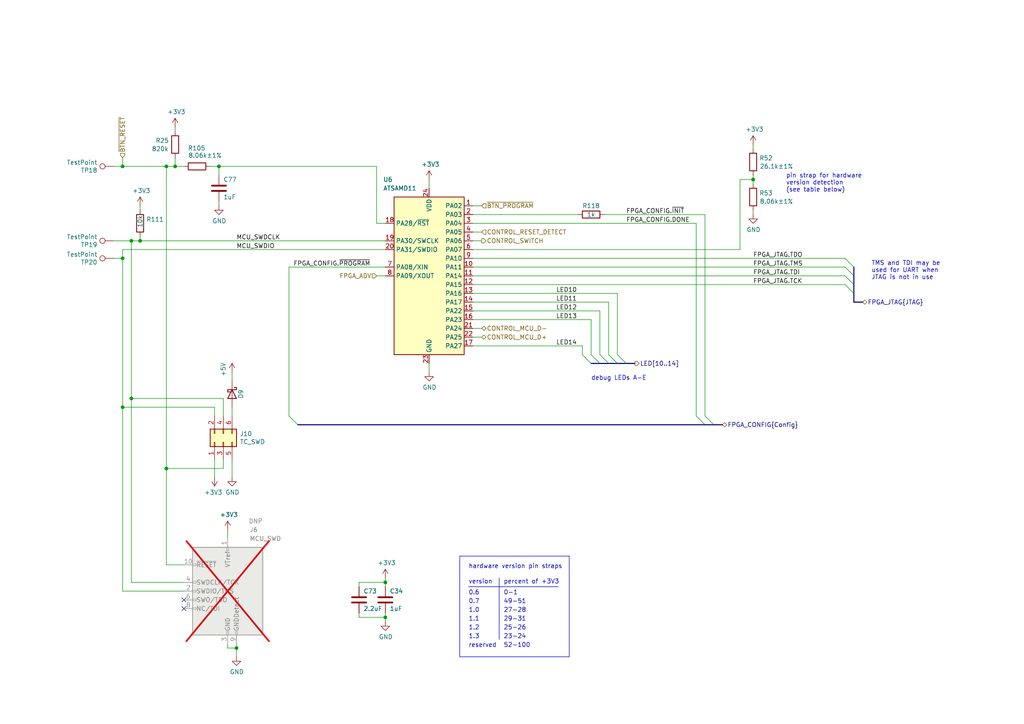
<source format=kicad_sch>
(kicad_sch (version 20231120) (generator "eeschema") (generator_version "8.0")
  (paper "A4")
  (title_block (title "Cynthion") (date "${DATE}") (rev "${VERSION}") (company "Copyright 2019-2023 Great Scott Gadgets") (comment 1 "Licensed under the CERN-OHL-P v2"))
  (lib_symbols
    (symbol "Connector:Conn_ARM_JTAG_SWD_10" (pin_names (offset 1.016))
      (property "Reference" "J" (at -2.54 16.51 0))
      (property "Value" "Conn_ARM_JTAG_SWD_10" (at -2.54 13.97 0))
      (symbol "Conn_ARM_JTAG_SWD_10_0_1"
        (rectangle (start -10.16 12.7) (end 10.16 -12.7) (stroke (width 0.254)) (fill (type background)))
        (rectangle (start -2.794 -12.7) (end -2.286 -11.684))
        (rectangle (start -0.254 -12.7) (end 0.254 -11.684))
        (rectangle (start -0.254 12.7) (end 0.254 11.684))
        (rectangle (start 9.144 2.286) (end 10.16 2.794))
        (rectangle (start 10.16 -2.794) (end 9.144 -2.286))
        (rectangle (start 10.16 -0.254) (end 9.144 0.254))
        (rectangle (start 10.16 7.874) (end 9.144 7.366))
      )
      (symbol "Conn_ARM_JTAG_SWD_10_1_1"
        (rectangle (start 9.144 -5.334) (end 10.16 -4.826))
        (pin power_in line (at 0 15.24 270) (length 2.54) (name "VTref") (number "1"))
        (pin open_collector line (at 12.7 7.62 180) (length 2.54) (name "~{RESET}") (number "10"))
        (pin bidirectional line (at 12.7 0 180) (length 2.54) (name "SWDIO/TMS") (number "2"))
        (pin power_in line (at 0 -15.24 90) (length 2.54) (name "GND") (number "3"))
        (pin output line (at 12.7 2.54 180) (length 2.54) (name "SWDCLK/TCK") (number "4"))
        (pin passive line (at 0 -15.24 90) (length 2.54) hide (name "GND") (number "5"))
        (pin input line (at 12.7 -2.54 180) (length 2.54) (name "SWO/TDO") (number "6"))
        (pin no_connect line (at -10.16 0 0) (length 2.54) hide (name "KEY") (number "7"))
        (pin output line (at 12.7 -5.08 180) (length 2.54) (name "NC/TDI") (number "8"))
        (pin passive line (at -2.54 -15.24 90) (length 2.54) (name "GNDDetect") (number "9"))
      )
    )
    (symbol "Connector:TestPoint" (pin_numbers hide) (pin_names (offset 0.762) hide)
      (property "Reference" "TP" (at 0 6.858 0))
      (property "Value" "TestPoint" (at 0 5.08 0))
      (symbol "TestPoint_0_1"
        (circle (center 0 3.302) (radius 0.762))
      )
      (symbol "TestPoint_1_1"
        (pin passive line (at 0 0 90) (length 2.54) (name "1") (number "1"))
      )
    )
    (symbol "Connector_Generic:Conn_02x03_Odd_Even" (pin_names (offset 1.016) hide)
      (property "Reference" "J" (at 1.27 5.08 0))
      (property "Value" "Conn_02x03_Odd_Even" (at 1.27 -5.08 0))
      (symbol "Conn_02x03_Odd_Even_1_1"
        (rectangle (start -1.27 -2.413) (end 0 -2.667) (stroke (width 0.1524)))
        (rectangle (start -1.27 0.127) (end 0 -0.127) (stroke (width 0.1524)))
        (rectangle (start -1.27 2.667) (end 0 2.413) (stroke (width 0.1524)))
        (rectangle (start -1.27 3.81) (end 3.81 -3.81) (stroke (width 0.254)) (fill (type background)))
        (rectangle (start 3.81 -2.413) (end 2.54 -2.667) (stroke (width 0.1524)))
        (rectangle (start 3.81 0.127) (end 2.54 -0.127) (stroke (width 0.1524)))
        (rectangle (start 3.81 2.667) (end 2.54 2.413) (stroke (width 0.1524)))
        (pin passive line (at -5.08 2.54 0) (length 3.81) (name "Pin_1") (number "1"))
        (pin passive line (at 7.62 2.54 180) (length 3.81) (name "Pin_2") (number "2"))
        (pin passive line (at -5.08 0 0) (length 3.81) (name "Pin_3") (number "3"))
        (pin passive line (at 7.62 0 180) (length 3.81) (name "Pin_4") (number "4"))
        (pin passive line (at -5.08 -2.54 0) (length 3.81) (name "Pin_5") (number "5"))
        (pin passive line (at 7.62 -2.54 180) (length 3.81) (name "Pin_6") (number "6"))
      )
    )
    (symbol "Device:C" (pin_numbers hide) (pin_names (offset 0.254))
      (property "Reference" "C" (at 0.635 2.54 0))
      (property "Value" "C" (at 0.635 -2.54 0))
      (symbol "C_0_1"
        (polyline (pts (xy -2.032 -0.762) (xy 2.032 -0.762)) (stroke (width 0.508)))
        (polyline (pts (xy -2.032 0.762) (xy 2.032 0.762)) (stroke (width 0.508)))
      )
      (symbol "C_1_1"
        (pin passive line (at 0 3.81 270) (length 2.794) (name "~") (number "1"))
        (pin passive line (at 0 -3.81 90) (length 2.794) (name "~") (number "2"))
      )
    )
    (symbol "Device:D_Schottky" (pin_numbers hide) (pin_names (offset 1.016) hide)
      (property "Reference" "D" (at 0 2.54 0))
      (property "Value" "D_Schottky" (at 0 -2.54 0))
      (symbol "D_Schottky_0_1"
        (polyline (pts (xy 1.27 0) (xy -1.27 0)))
        (polyline (pts (xy 1.27 1.27) (xy 1.27 -1.27) (xy -1.27 0) (xy 1.27 1.27)) (stroke (width 0.254)))
        (polyline (pts (xy -1.905 0.635) (xy -1.905 1.27) (xy -1.27 1.27) (xy -1.27 -1.27) (xy -0.635 -1.27) (xy -0.635 -0.635)) (stroke (width 0.254)))
      )
      (symbol "D_Schottky_1_1"
        (pin passive line (at -3.81 0 0) (length 2.54) (name "K") (number "1"))
        (pin passive line (at 3.81 0 180) (length 2.54) (name "A") (number "2"))
      )
    )
    (symbol "Device:R" (pin_numbers hide) (pin_names (offset 0))
      (property "Reference" "R" (at 2.032 0 90))
      (property "Value" "R" (at 0 0 90))
      (symbol "R_0_1"
        (rectangle (start -1.016 -2.54) (end 1.016 2.54) (stroke (width 0.254)))
      )
      (symbol "R_1_1"
        (pin passive line (at 0 3.81 270) (length 1.27) (name "~") (number "1"))
        (pin passive line (at 0 -3.81 90) (length 1.27) (name "~") (number "2"))
      )
    )
    (symbol "MCU_Microchip_SAMD:ATSAMD11D14A-M"
      (property "Reference" "U" (at -10.16 24.13 0))
      (property "Value" "ATSAMD11D14A-M" (at 1.27 24.13 0))
      (symbol "ATSAMD11D14A-M_0_1"
        (rectangle (start -10.16 22.86) (end 10.16 -22.86) (stroke (width 0.254)) (fill (type background)))
      )
      (symbol "ATSAMD11D14A-M_1_1"
        (pin bidirectional line (at 12.7 20.32 180) (length 2.54) (name "PA02") (number "1"))
        (pin bidirectional line (at 12.7 2.54 180) (length 2.54) (name "PA11") (number "10"))
        (pin bidirectional line (at 12.7 0 180) (length 2.54) (name "PA14") (number "11"))
        (pin bidirectional line (at 12.7 -2.54 180) (length 2.54) (name "PA15") (number "12"))
        (pin bidirectional line (at 12.7 -5.08 180) (length 2.54) (name "PA16") (number "13"))
        (pin bidirectional line (at 12.7 -7.62 180) (length 2.54) (name "PA17") (number "14"))
        (pin bidirectional line (at 12.7 -10.16 180) (length 2.54) (name "PA22") (number "15"))
        (pin bidirectional line (at 12.7 -12.7 180) (length 2.54) (name "PA23") (number "16"))
        (pin bidirectional line (at 12.7 -20.32 180) (length 2.54) (name "PA27") (number "17"))
        (pin bidirectional line (at -12.7 15.24 0) (length 2.54) (name "PA28/~{RST}") (number "18"))
        (pin bidirectional line (at -12.7 10.16 0) (length 2.54) (name "PA30/SWCLK") (number "19"))
        (pin bidirectional line (at 12.7 17.78 180) (length 2.54) (name "PA03") (number "2"))
        (pin bidirectional line (at -12.7 7.62 0) (length 2.54) (name "PA31/SWDIO") (number "20"))
        (pin bidirectional line (at 12.7 -15.24 180) (length 2.54) (name "PA24") (number "21"))
        (pin bidirectional line (at 12.7 -17.78 180) (length 2.54) (name "PA25") (number "22"))
        (pin power_in line (at 0 -25.4 90) (length 2.54) (name "GND") (number "23"))
        (pin power_in line (at 0 25.4 270) (length 2.54) (name "VDD") (number "24"))
        (pin bidirectional line (at 12.7 15.24 180) (length 2.54) (name "PA04") (number "3"))
        (pin bidirectional line (at 12.7 12.7 180) (length 2.54) (name "PA05") (number "4"))
        (pin bidirectional line (at 12.7 10.16 180) (length 2.54) (name "PA06") (number "5"))
        (pin bidirectional line (at 12.7 7.62 180) (length 2.54) (name "PA07") (number "6"))
        (pin bidirectional line (at -12.7 2.54 0) (length 2.54) (name "PA08/XIN") (number "7"))
        (pin bidirectional line (at -12.7 0 0) (length 2.54) (name "PA09/XOUT") (number "8"))
        (pin bidirectional line (at 12.7 5.08 180) (length 2.54) (name "PA10") (number "9"))
      )
    )
    (symbol "power:+3V3" (power) (pin_names (offset 0))
      (property "Value" "+3V3" (at 0 3.556 0))
      (symbol "+3V3_0_1"
        (polyline (pts (xy -0.762 1.27) (xy 0 2.54)))
        (polyline (pts (xy 0 0) (xy 0 2.54)))
        (polyline (pts (xy 0 2.54) (xy 0.762 1.27)))
      )
      (symbol "+3V3_1_1"
        (pin power_in line (at 0 0 90) (length 0) hide (name "+3V3") (number "1"))
      )
    )
    (symbol "power:+5V" (power) (pin_names (offset 0))
      (property "Value" "+5V" (at 0 3.556 0))
      (symbol "+5V_0_1"
        (polyline (pts (xy -0.762 1.27) (xy 0 2.54)))
        (polyline (pts (xy 0 0) (xy 0 2.54)))
        (polyline (pts (xy 0 2.54) (xy 0.762 1.27)))
      )
      (symbol "+5V_1_1"
        (pin power_in line (at 0 0 90) (length 0) hide (name "+5V") (number "1"))
      )
    )
    (symbol "power:GND" (power) (pin_names (offset 0))
      (property "Value" "GND" (at 0 -3.81 0))
      (symbol "GND_0_1"
        (polyline (pts (xy 0 0) (xy 0 -1.27) (xy 1.27 -1.27) (xy 0 -2.54) (xy -1.27 -1.27) (xy 0 -1.27)))
      )
      (symbol "GND_1_1"
        (pin power_in line (at 0 0 270) (length 0) hide (name "GND") (number "1"))
      )
    )
  )
  (junction (at 50.8 48.26))
  (junction (at 38.1 69.85))
  (junction (at 38.1 115.57))
  (junction (at 111.76 179.07))
  (junction (at 35.56 48.26))
  (junction (at 218.44 52.07))
  (junction (at 35.56 118.11))
  (junction (at 63.5 48.26))
  (junction (at 40.64 69.85))
  (junction (at 111.76 168.91))
  (junction (at 35.56 74.93))
  (junction (at 68.58 187.96))
  (junction (at 48.26 48.26))
  (junction (at 48.26 135.89))
  (no_connect (at 53.34 173.99))
  (no_connect (at 53.34 176.53))
  (bus_entry (at 245.11 74.93) (size 2.54 2.54))
  (bus_entry (at 179.07 102.87) (size 2.54 2.54))
  (bus_entry (at 168.91 102.87) (size 2.54 2.54))
  (bus_entry (at 204.47 120.65) (size 2.54 2.54))
  (bus_entry (at 176.53 102.87) (size 2.54 2.54))
  (bus_entry (at 245.11 82.55) (size 2.54 2.54))
  (bus_entry (at 171.45 102.87) (size 2.54 2.54))
  (bus_entry (at 245.11 80.01) (size 2.54 2.54))
  (bus_entry (at 83.82 120.65) (size 2.54 2.54))
  (bus_entry (at 245.11 77.47) (size 2.54 2.54))
  (bus_entry (at 201.93 120.65) (size 2.54 2.54))
  (bus_entry (at 173.99 102.87) (size 2.54 2.54))
  (wire (pts (xy 109.22 64.77) (xy 111.76 64.77)))
  (wire (pts (xy 48.26 163.83) (xy 53.34 163.83)))
  (bus (pts (xy 247.65 85.09) (xy 247.65 87.63)))
  (wire (pts (xy 137.16 85.09) (xy 179.07 85.09)))
  (wire (pts (xy 38.1 69.85) (xy 40.64 69.85)))
  (bus (pts (xy 181.61 105.41) (xy 184.15 105.41)))
  (wire (pts (xy 111.76 170.18) (xy 111.76 168.91)))
  (polyline (pts (xy 133.35 161.29) (xy 165.1 161.29)))
  (wire (pts (xy 68.58 187.96) (xy 68.58 190.5)))
  (wire (pts (xy 62.23 120.65) (xy 62.23 118.11)))
  (bus (pts (xy 171.45 105.41) (xy 173.99 105.41)))
  (bus (pts (xy 173.99 105.41) (xy 176.53 105.41)))
  (wire (pts (xy 204.47 62.23) (xy 204.47 120.65)))
  (wire (pts (xy 104.14 168.91) (xy 104.14 170.18)))
  (wire (pts (xy 171.45 92.71) (xy 171.45 102.87)))
  (bus (pts (xy 179.07 105.41) (xy 181.61 105.41)))
  (polyline (pts (xy 133.35 161.29) (xy 133.35 190.5)))
  (wire (pts (xy 83.82 77.47) (xy 83.82 120.65)))
  (wire (pts (xy 137.16 59.69) (xy 139.7 59.69)))
  (bus (pts (xy 86.36 123.19) (xy 204.47 123.19)))
  (wire (pts (xy 176.53 87.63) (xy 176.53 102.87)))
  (wire (pts (xy 218.44 62.23) (xy 218.44 60.96)))
  (wire (pts (xy 67.31 107.95) (xy 67.31 110.49)))
  (bus (pts (xy 247.65 82.55) (xy 247.65 85.09)))
  (polyline (pts (xy 165.1 161.29) (xy 165.1 190.5)))
  (wire (pts (xy 104.14 177.8) (xy 104.14 179.07)))
  (wire (pts (xy 201.93 64.77) (xy 201.93 120.65)))
  (wire (pts (xy 137.16 100.33) (xy 168.91 100.33)))
  (wire (pts (xy 139.7 69.85) (xy 137.16 69.85)))
  (wire (pts (xy 201.93 64.77) (xy 137.16 64.77)))
  (wire (pts (xy 179.07 85.09) (xy 179.07 102.87)))
  (wire (pts (xy 218.44 43.18) (xy 218.44 41.91)))
  (wire (pts (xy 124.46 52.07) (xy 124.46 54.61)))
  (wire (pts (xy 62.23 133.35) (xy 62.23 138.43)))
  (wire (pts (xy 64.77 120.65) (xy 64.77 115.57)))
  (wire (pts (xy 83.82 77.47) (xy 111.76 77.47)))
  (wire (pts (xy 48.26 135.89) (xy 48.26 163.83)))
  (wire (pts (xy 48.26 48.26) (xy 48.26 135.89)))
  (wire (pts (xy 111.76 179.07) (xy 111.76 177.8)))
  (wire (pts (xy 109.22 48.26) (xy 109.22 64.77)))
  (wire (pts (xy 68.58 186.69) (xy 68.58 187.96)))
  (wire (pts (xy 168.91 100.33) (xy 168.91 102.87)))
  (wire (pts (xy 175.26 62.23) (xy 204.47 62.23)))
  (wire (pts (xy 50.8 45.72) (xy 50.8 48.26)))
  (wire (pts (xy 35.56 72.39) (xy 35.56 74.93)))
  (wire (pts (xy 214.63 72.39) (xy 137.16 72.39)))
  (wire (pts (xy 40.64 69.85) (xy 111.76 69.85)))
  (wire (pts (xy 62.23 118.11) (xy 35.56 118.11)))
  (polyline (pts (xy 135.89 170.18) (xy 161.925 170.18)))
  (wire (pts (xy 245.11 80.01) (xy 137.16 80.01)))
  (bus (pts (xy 204.47 123.19) (xy 207.01 123.19)))
  (polyline (pts (xy 165.1 190.5) (xy 133.35 190.5)))
  (wire (pts (xy 137.16 82.55) (xy 245.11 82.55)))
  (wire (pts (xy 66.04 153.67) (xy 66.04 156.21)))
  (wire (pts (xy 139.7 95.25) (xy 137.16 95.25)))
  (wire (pts (xy 33.02 69.85) (xy 38.1 69.85)))
  (wire (pts (xy 124.46 105.41) (xy 124.46 107.95)))
  (wire (pts (xy 33.02 48.26) (xy 35.56 48.26)))
  (wire (pts (xy 111.76 180.34) (xy 111.76 179.07)))
  (wire (pts (xy 137.16 87.63) (xy 176.53 87.63)))
  (bus (pts (xy 247.65 77.47) (xy 247.65 80.01)))
  (wire (pts (xy 137.16 97.79) (xy 139.7 97.79)))
  (wire (pts (xy 218.44 52.07) (xy 218.44 50.8)))
  (wire (pts (xy 64.77 135.89) (xy 48.26 135.89)))
  (wire (pts (xy 67.31 120.65) (xy 67.31 118.11)))
  (wire (pts (xy 111.76 168.91) (xy 111.76 167.64)))
  (wire (pts (xy 218.44 53.34) (xy 218.44 52.07)))
  (bus (pts (xy 247.65 80.01) (xy 247.65 82.55)))
  (wire (pts (xy 173.99 90.17) (xy 173.99 102.87)))
  (wire (pts (xy 109.22 80.01) (xy 111.76 80.01)))
  (wire (pts (xy 63.5 59.69) (xy 63.5 58.42)))
  (wire (pts (xy 66.04 186.69) (xy 66.04 187.96)))
  (wire (pts (xy 66.04 187.96) (xy 68.58 187.96)))
  (wire (pts (xy 60.96 48.26) (xy 63.5 48.26)))
  (wire (pts (xy 137.16 62.23) (xy 167.64 62.23)))
  (wire (pts (xy 214.63 52.07) (xy 214.63 72.39)))
  (wire (pts (xy 35.56 171.45) (xy 53.34 171.45)))
  (wire (pts (xy 40.64 60.96) (xy 40.64 59.69)))
  (wire (pts (xy 137.16 90.17) (xy 173.99 90.17)))
  (wire (pts (xy 38.1 115.57) (xy 38.1 168.91)))
  (wire (pts (xy 40.64 69.85) (xy 40.64 68.58)))
  (wire (pts (xy 50.8 36.83) (xy 50.8 38.1)))
  (wire (pts (xy 137.16 74.93) (xy 245.11 74.93)))
  (wire (pts (xy 35.56 74.93) (xy 35.56 118.11)))
  (wire (pts (xy 67.31 133.35) (xy 67.31 138.43)))
  (wire (pts (xy 35.56 45.72) (xy 35.56 48.26)))
  (bus (pts (xy 176.53 105.41) (xy 179.07 105.41)))
  (wire (pts (xy 139.7 67.31) (xy 137.16 67.31)))
  (wire (pts (xy 137.16 92.71) (xy 171.45 92.71)))
  (wire (pts (xy 218.44 52.07) (xy 214.63 52.07)))
  (polyline (pts (xy 144.78 167.64) (xy 144.78 185.42)))
  (wire (pts (xy 64.77 133.35) (xy 64.77 135.89)))
  (wire (pts (xy 38.1 69.85) (xy 38.1 115.57)))
  (wire (pts (xy 33.02 74.93) (xy 35.56 74.93)))
  (bus (pts (xy 207.01 123.19) (xy 209.55 123.19)))
  (wire (pts (xy 137.16 77.47) (xy 245.11 77.47)))
  (wire (pts (xy 35.56 118.11) (xy 35.56 171.45)))
  (wire (pts (xy 35.56 72.39) (xy 111.76 72.39)))
  (wire (pts (xy 48.26 48.26) (xy 50.8 48.26)))
  (wire (pts (xy 111.76 168.91) (xy 104.14 168.91)))
  (wire (pts (xy 64.77 115.57) (xy 38.1 115.57)))
  (wire (pts (xy 35.56 48.26) (xy 48.26 48.26)))
  (wire (pts (xy 63.5 50.8) (xy 63.5 48.26)))
  (wire (pts (xy 104.14 179.07) (xy 111.76 179.07)))
  (wire (pts (xy 63.5 48.26) (xy 109.22 48.26)))
  (bus (pts (xy 250.19 87.63) (xy 247.65 87.63)))
  (wire (pts (xy 38.1 168.91) (xy 53.34 168.91)))
  (wire (pts (xy 53.34 48.26) (xy 50.8 48.26)))
  (text "debug LEDs A-E" (at 171.45 110.49 0) (effects (font (size 1.27 1.27)) (justify left bottom)))
  (text "reserved" (at 135.89 187.96 0) (effects (font (size 1.27 1.27)) (justify left bottom)))
  (text "27-28" (at 146.05 177.8 0) (effects (font (size 1.27 1.27)) (justify left bottom)))
  (text "52-100" (at 146.05 187.96 0) (effects (font (size 1.27 1.27)) (justify left bottom)))
  (text "version" (at 135.89 169.545 0) (effects (font (size 1.27 1.27)) (justify left bottom)))
  (text "25-26" (at 146.05 182.88 0) (effects (font (size 1.27 1.27)) (justify left bottom)))
  (text "percent of +3V3" (at 146.05 169.545 0) (effects (font (size 1.27 1.27)) (justify left bottom)))
  (text "TMS and TDI may be\nused for UART when\nJTAG is not in use" (at 252.73 81.28 0) (effects (font (size 1.27 1.27)) (justify left bottom)))
  (text "29-31" (at 146.05 180.34 0) (effects (font (size 1.27 1.27)) (justify left bottom)))
  (text "0.6" (at 135.89 172.72 0) (effects (font (size 1.27 1.27)) (justify left bottom)))
  (text "0-1" (at 146.05 172.72 0) (effects (font (size 1.27 1.27)) (justify left bottom)))
  (text "1.0" (at 135.89 177.8 0) (effects (font (size 1.27 1.27)) (justify left bottom)))
  (text "23-24" (at 146.05 185.42 0) (effects (font (size 1.27 1.27)) (justify left bottom)))
  (text "pin strap for hardware\nversion detection\n(see table below)" (at 227.965 55.88 0) (effects (font (size 1.27 1.27)) (justify left bottom)))
  (text "49-51" (at 146.05 175.26 0) (effects (font (size 1.27 1.27)) (justify left bottom)))
  (text "1.2" (at 135.89 182.88 0) (effects (font (size 1.27 1.27)) (justify left bottom)))
  (text "0.7" (at 135.89 175.26 0) (effects (font (size 1.27 1.27)) (justify left bottom)))
  (text "1.3" (at 135.89 185.42 0) (effects (font (size 1.27 1.27)) (justify left bottom)))
  (text "1.1" (at 135.89 180.34 0) (effects (font (size 1.27 1.27)) (justify left bottom)))
  (text "hardware version pin straps" (at 135.89 165.1 0) (effects (font (size 1.27 1.27)) (justify left bottom)))
  (label "LED10" (at 161.29 85.09 0))
  (label "MCU_SWDCLK" (at 68.58 69.85 0))
  (label "LED11" (at 161.29 87.63 0))
  (label "FPGA_CONFIG.DONE" (at 181.61 64.77 0))
  (label "MCU_SWDIO" (at 68.58 72.39 0))
  (label "FPGA_CONFIG.~{INIT}" (at 181.61 62.23 0))
  (label "FPGA_JTAG.TMS" (at 218.44 77.47 0))
  (label "FPGA_JTAG.TCK" (at 218.44 82.55 0))
  (label "LED13" (at 161.29 92.71 0))
  (label "FPGA_CONFIG.~{PROGRAM}" (at 85.09 77.47 0))
  (label "FPGA_JTAG.TDO" (at 218.44 74.93 0))
  (label "LED14" (at 161.29 100.33 0))
  (label "LED12" (at 161.29 90.17 0))
  (label "FPGA_JTAG.TDI" (at 218.44 80.01 0))
  (hierarchical_label "~{BTN_PROGRAM}" (shape input) (at 139.7 59.69 0))
  (hierarchical_label "~{BTN_RESET}" (shape input) (at 35.56 45.72 90))
  (hierarchical_label "CONTROL_MCU_D+" (shape bidirectional) (at 139.7 97.79 0))
  (hierarchical_label "FPGA_CONFIG{Config}" (shape bidirectional) (at 209.55 123.19 0))
  (hierarchical_label "CONTROL_MCU_D-" (shape bidirectional) (at 139.7 95.25 0))
  (hierarchical_label "LED[10..14]" (shape output) (at 184.15 105.41 0))
  (hierarchical_label "FPGA_JTAG{JTAG}" (shape bidirectional) (at 250.19 87.63 0))
  (hierarchical_label "CONTROL_SWITCH" (shape output) (at 139.7 69.85 0))
  (hierarchical_label "FPGA_ADV" (shape input) (at 109.22 80.01 180))
  (hierarchical_label "CONTROL_RESET_DETECT" (shape input) (at 139.7 67.31 0))
  (symbol (lib_id "Connector:Conn_ARM_JTAG_SWD_10") (at 66.04 171.45 0) (mirror y) (unit 1) (dnp yes)
    (property "Reference" "J6" (at 72.39 153.67 0) (effects (justify right)))
    (property "Value" "MCU_SWD" (at 72.39 156.21 0) (effects (justify right)))
    (property "Footprint" "cynthion:SWD_CONNECTOR_LARGE_BOX" (effects (hide yes)))
    (property "Datasheet" "http://infocenter.arm.com/help/topic/com.arm.doc.ddi0314h/DDI0314H_coresight_components_trm.pdf" (effects (hide yes)))
    (property "Description" "CONN HEADER VERT 10POS 1.27MM" (effects (hide yes)))
    (property "Manufacturer" "Samtec" (effects (hide yes)))
    (property "Part Number" "FTSH-105-01-F-D-K" (effects (hide yes)))
    (property "DNP" "DNP" (at 76.2 151.13 0) (effects (justify left)))
  )
  (symbol (lib_id "power:GND") (at 68.58 190.5 0) (unit 1)
    (property "Reference" "#PWR0139" (effects (hide yes)))
    (property "Value" "GND" (at 68.6816 194.8688 0))
  )
  (symbol (lib_id "power:+3V3") (at 66.04 153.67 0) (unit 1)
    (property "Reference" "#PWR0133" (effects (hide yes)))
    (property "Value" "+3V3" (at 66.3956 149.2758 0))
  )
  (symbol (lib_id "Device:C") (at 111.76 173.99 0) (unit 1)
    (property "Reference" "C34" (at 113.03 171.45 0) (effects (justify left)))
    (property "Value" "1uF" (at 113.03 176.53 0) (effects (justify left)))
    (property "Footprint" "Capacitor_SMD:C_0402_1005Metric" (effects (hide yes)))
    (property "Description" "CAP CER 1UF 6.3V X5R 0402 20%" (effects (hide yes)))
    (property "Part Number" "CL05A105MQ5NNNC" (effects (hide yes)))
    (property "Substitution" "CL05A105KQ5NNNC, CL05A105KP5NNNC, CL05A105KO5NNNC" (effects (hide yes)))
    (property "Manufacturer" "Samsung" (effects (hide yes)))
    (property "LCSC#" "C318573" (effects (hide yes)))
  )
  (symbol (lib_id "power:GND") (at 111.76 180.34 0) (unit 1)
    (property "Reference" "#PWR0138" (effects (hide yes)))
    (property "Value" "GND" (at 111.887 184.7342 0))
  )
  (symbol (lib_id "power:+3V3") (at 111.76 167.64 0) (unit 1)
    (property "Reference" "#PWR0136" (effects (hide yes)))
    (property "Value" "+3V3" (at 112.141 163.2458 0))
  )
  (symbol (lib_id "power:GND") (at 124.46 107.95 0) (unit 1)
    (property "Reference" "#PWR0103" (effects (hide yes)))
    (property "Value" "GND" (at 124.587 112.3442 0))
  )
  (symbol (lib_id "Device:R") (at 50.8 41.91 0) (mirror y) (unit 1)
    (property "Reference" "R25" (at 49.022 40.767 0) (effects (justify left)))
    (property "Value" "820k" (at 48.895 43.18 0) (effects (justify left)))
    (property "Footprint" "Resistor_SMD:R_0402_1005Metric" (effects (hide yes)))
    (property "Description" "RES 820K OHM 5% 1/16W 0402" (effects (hide yes)))
    (property "Part Number" "RC0402JR-07820KL" (effects (hide yes)))
    (property "Substitution" "any equivalent" (effects (hide yes)))
    (property "Manufacturer" "Yageo" (effects (hide yes)))
    (property "LCSC#" "C137838" (effects (hide yes)))
  )
  (symbol (lib_id "power:+3V3") (at 50.8 36.83 0) (unit 1)
    (property "Reference" "#PWR09" (effects (hide yes)))
    (property "Value" "+3V3" (at 51.1556 32.4358 0))
  )
  (symbol (lib_id "MCU_Microchip_SAMD:ATSAMD11D14A-M") (at 124.46 80.01 0) (unit 1)
    (property "Reference" "U6" (at 111.125 52.07 0) (effects (justify left)))
    (property "Value" "ATSAMD11" (at 111.125 54.61 0) (effects (justify left)))
    (property "Footprint" "Package_DFN_QFN:QFN-24-1EP_4x4mm_P0.5mm_EP2.6x2.6mm" (effects (hide yes)))
    (property "Datasheet" "http://ww1.microchip.com/downloads/en/DeviceDoc/Atmel-42363-SAM-D11_Datasheet.pdf" (effects (hide yes)))
    (property "Description" "IC MCU 32BIT 16KB FLASH 24QFN" (effects (hide yes)))
    (property "Manufacturer" "Microchip" (effects (hide yes)))
    (property "Part Number" "ATSAMD11D14A-MUT" (effects (hide yes)))
    (property "Substitution" "ATSAMD11D14A-MNT" (effects (hide yes)))
  )
  (symbol (lib_id "power:+3V3") (at 124.46 52.07 0) (unit 1)
    (property "Reference" "#PWR044" (effects (hide yes)))
    (property "Value" "+3V3" (at 124.841 47.6758 0))
  )
  (symbol (lib_id "Connector_Generic:Conn_02x03_Odd_Even") (at 64.77 128.27 90) (unit 1) (in_bom no)
    (property "Reference" "J10" (at 69.5452 125.8316 90) (effects (justify right)))
    (property "Value" "TC_SWD" (at 69.5452 128.143 90) (effects (justify right)))
    (property "Footprint" "Connector:Tag-Connect_TC2030-IDC-FP_2x03_P1.27mm_Vertical" (effects (hide yes)))
    (property "Description" "CABLE ADAPTER 6 POS" (effects (hide yes)))
    (property "Manufacturer" "Tag-Connect" (effects (hide yes)))
    (property "Part Number" "TC2030-CTX" (effects (hide yes)))
    (property "Substitution" "TC2030-IDC" (effects (hide yes)))
  )
  (symbol (lib_id "power:+3V3") (at 62.23 138.43 180) (unit 1)
    (property "Reference" "#PWR0112" (effects (hide yes)))
    (property "Value" "+3V3" (at 61.8744 142.8242 0))
  )
  (symbol (lib_id "power:GND") (at 67.31 138.43 0) (unit 1)
    (property "Reference" "#PWR0131" (effects (hide yes)))
    (property "Value" "GND" (at 67.4116 142.7988 0))
  )
  (symbol (lib_id "power:+5V") (at 67.31 107.95 0) (unit 1)
    (property "Reference" "#PWR096" (effects (hide yes)))
    (property "Value" "+5V" (at 64.77 109.22 90) (effects (justify left)))
  )
  (symbol (lib_id "Device:D_Schottky") (at 67.31 114.3 270) (unit 1)
    (property "Reference" "D9" (at 69.85 114.3 0))
    (property "Value" "SCHOTTKY" (effects (hide yes)))
    (property "Footprint" "cynthion:DSN1006-2" (effects (hide yes)))
    (property "Description" "DIODE SCHOTTKY 40V 1A DSN1006-2" (effects (hide yes)))
    (property "Manufacturer" "Nexperia" (effects (hide yes)))
    (property "Part Number" "PMEG4010ESBYL" (effects (hide yes)))
    (property "Substitution" "Diodes Inc. BAT54LP-7, Micro Commercial SM5819L2-TP" (effects (hide yes)))
    (property "LCSC#" "C22365186" (effects (hide yes)))
  )
  (symbol (lib_id "Connector:TestPoint") (at 33.02 74.93 90) (unit 1) (in_bom no)
    (property "Reference" "TP20" (at 28.2702 76.073 90) (effects (justify left)))
    (property "Value" "TestPoint" (at 28.2702 73.787 90) (effects (justify left)))
    (property "Footprint" "TestPoint:TestPoint_Pad_D1.0mm" (effects (hide yes)))
  )
  (symbol (lib_id "Connector:TestPoint") (at 33.02 69.85 90) (unit 1) (in_bom no)
    (property "Reference" "TP19" (at 28.2702 70.993 90) (effects (justify left)))
    (property "Value" "TestPoint" (at 28.2702 68.707 90) (effects (justify left)))
    (property "Footprint" "TestPoint:TestPoint_Pad_D1.0mm" (effects (hide yes)))
  )
  (symbol (lib_id "Connector:TestPoint") (at 33.02 48.26 90) (unit 1) (in_bom no)
    (property "Reference" "TP18" (at 28.2702 49.403 90) (effects (justify left)))
    (property "Value" "TestPoint" (at 28.2702 47.117 90) (effects (justify left)))
    (property "Footprint" "TestPoint:TestPoint_Pad_D1.0mm" (effects (hide yes)))
  )
  (symbol (lib_id "Device:R") (at 171.45 62.23 270) (unit 1)
    (property "Reference" "R118" (at 171.45 59.69 90))
    (property "Value" "1k" (at 171.45 62.23 90))
    (property "Footprint" "Resistor_SMD:R_0402_1005Metric" (effects (hide yes)))
    (property "Description" "RES 1K OHM 5% 1/16W 0402" (effects (hide yes)))
    (property "Part Number" "RC0402JR-071KL" (effects (hide yes)))
    (property "Substitution" "any equivalent" (effects (hide yes)))
    (property "Manufacturer" "Yageo" (effects (hide yes)))
    (property "LCSC#" "C105637" (effects (hide yes)))
  )
  (symbol (lib_id "Device:R") (at 40.64 64.77 0) (unit 1)
    (property "Reference" "R111" (at 42.418 63.627 0) (effects (justify left)))
    (property "Value" "10k" (at 40.64 66.04 90) (effects (justify left)))
    (property "Footprint" "Resistor_SMD:R_0402_1005Metric" (effects (hide yes)))
    (property "Description" "RES 10K OHM 5% 1/16W 0402" (effects (hide yes)))
    (property "Part Number" "RC0402JR-0710KL" (effects (hide yes)))
    (property "Substitution" "any equivalent" (effects (hide yes)))
    (property "Manufacturer" "Yageo" (effects (hide yes)))
    (property "LCSC#" "C60489" (effects (hide yes)))
  )
  (symbol (lib_id "power:+3V3") (at 218.44 41.91 0) (unit 1)
    (property "Reference" "#PWR041" (effects (hide yes)))
    (property "Value" "+3V3" (at 218.821 37.5158 0))
  )
  (symbol (lib_id "power:GND") (at 218.44 62.23 0) (unit 1)
    (property "Reference" "#PWR049" (effects (hide yes)))
    (property "Value" "GND" (at 218.567 66.6242 0))
  )
  (symbol (lib_id "Device:R") (at 218.44 57.15 0) (unit 1)
    (property "Reference" "R53" (at 220.218 56.007 0) (effects (justify left)))
    (property "Value" "8.06k±1%" (at 220.345 58.42 0) (effects (justify left)))
    (property "Footprint" "Resistor_SMD:R_0402_1005Metric" (effects (hide yes)))
    (property "Description" "RES SMD 8.06K OHM 1% 1/10W 0402" (effects (hide yes)))
    (property "Part Number" "ERJ-2RKF8061X" (effects (hide yes)))
    (property "Substitution" "any equivalent" (effects (hide yes)))
    (property "Manufacturer" "Panasonic" (effects (hide yes)))
    (property "LCSC#" "C2076955" (effects (hide yes)))
  )
  (symbol (lib_id "Device:C") (at 63.5 54.61 0) (unit 1)
    (property "Reference" "C77" (at 64.77 52.07 0) (effects (justify left)))
    (property "Value" "1uF" (at 64.77 57.15 0) (effects (justify left)))
    (property "Footprint" "Capacitor_SMD:C_0402_1005Metric" (effects (hide yes)))
    (property "Description" "CAP CER 1UF 6.3V X5R 0402 20%" (effects (hide yes)))
    (property "Part Number" "CL05A105MQ5NNNC" (effects (hide yes)))
    (property "Substitution" "CL05A105KQ5NNNC, CL05A105KP5NNNC, CL05A105KO5NNNC" (effects (hide yes)))
    (property "Manufacturer" "Samsung" (effects (hide yes)))
    (property "LCSC#" "C318573" (effects (hide yes)))
  )
  (symbol (lib_id "power:GND") (at 63.5 59.69 0) (unit 1)
    (property "Reference" "#PWR048" (effects (hide yes)))
    (property "Value" "GND" (at 63.627 64.0842 0))
  )
  (symbol (lib_id "Device:C") (at 104.14 173.99 0) (unit 1)
    (property "Reference" "C73" (at 105.41 171.45 0) (effects (justify left)))
    (property "Value" "2.2uF" (at 105.41 176.53 0) (effects (justify left)))
    (property "Footprint" "Capacitor_SMD:C_0603_1608Metric" (effects (hide yes)))
    (property "Description" "CAP CER 2.2UF 10V X5R 0603" (effects (hide yes)))
    (property "Manufacturer" "Samsung" (effects (hide yes)))
    (property "Part Number" "CL10A225KP8NNNC" (effects (hide yes)))
    (property "Substitution" "any equivalent" (effects (hide yes)))
    (property "LCSC#" "C1607" (effects (hide yes)))
  )
  (symbol (lib_id "Device:R") (at 57.15 48.26 90) (unit 1)
    (property "Reference" "R105" (at 54.483 42.9772 90) (effects (justify right)))
    (property "Value" "8.06k±1%" (at 54.61 45.085 90) (effects (justify right)))
    (property "Footprint" "Resistor_SMD:R_0402_1005Metric" (effects (hide yes)))
    (property "Description" "RES SMD 8.06K OHM 1% 1/10W 0402" (effects (hide yes)))
    (property "Manufacturer" "Panasonic" (effects (hide yes)))
    (property "Part Number" "ERJ-2RKF8061X" (effects (hide yes)))
    (property "Substitution" "any equivalent" (effects (hide yes)))
    (property "LCSC#" "C2076955" (effects (hide yes)))
  )
  (symbol (lib_id "Device:R") (at 218.44 46.99 0) (unit 1)
    (property "Reference" "R52" (at 220.218 45.847 0) (effects (justify left)))
    (property "Value" "26.1k±1%" (at 220.345 48.26 0) (effects (justify left)))
    (property "Footprint" "Resistor_SMD:R_0402_1005Metric" (effects (hide yes)))
    (property "Description" "RES 26.1K OHM 1% 1/16W 0402" (effects (hide yes)))
    (property "Part Number" "RC0402FR-0726K1L" (effects (hide yes)))
    (property "Substitution" "any equivalent" (effects (hide yes)))
    (property "Manufacturer" "Yageo" (effects (hide yes)))
    (property "LCSC#" "C155697" (effects (hide yes)))
  )
  (symbol (lib_id "power:+3V3") (at 40.64 59.69 0) (unit 1)
    (property "Reference" "#PWR045" (effects (hide yes)))
    (property "Value" "+3V3" (at 40.9956 55.2958 0))
  )
)
</source>
